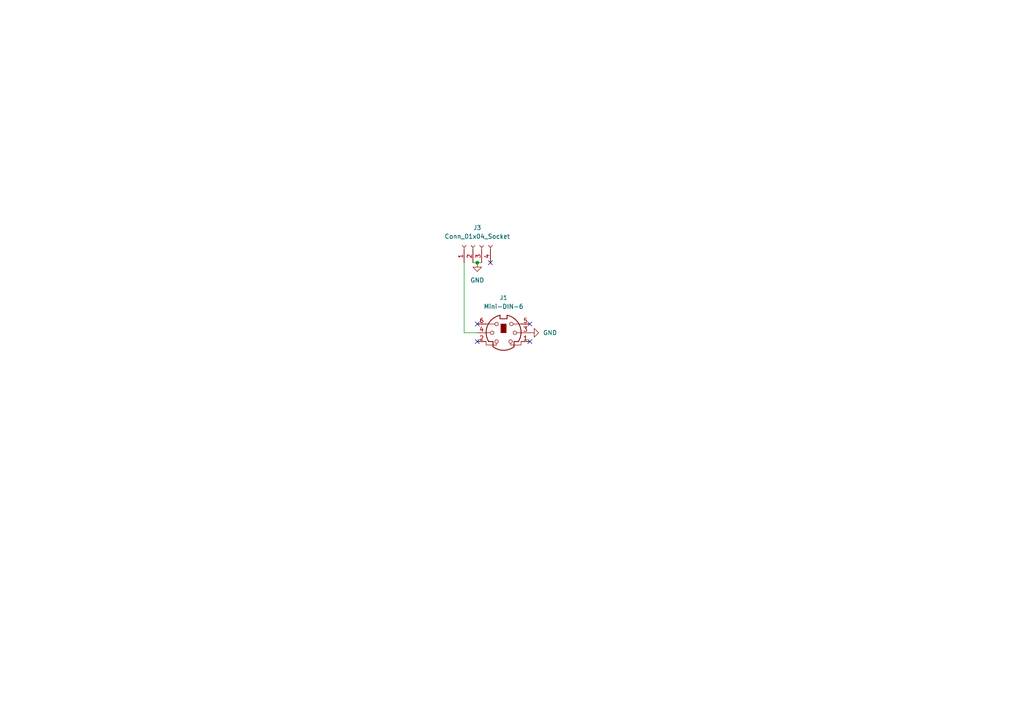
<source format=kicad_sch>
(kicad_sch
	(version 20231120)
	(generator "eeschema")
	(generator_version "8.0")
	(uuid "5afe8d3d-ff2f-46ac-ba90-7f54b87814a3")
	(paper "A4")
	(lib_symbols
		(symbol "Connector:Conn_01x04_Socket"
			(pin_names
				(offset 1.016) hide)
			(exclude_from_sim no)
			(in_bom yes)
			(on_board yes)
			(property "Reference" "J"
				(at 0 5.08 0)
				(effects
					(font
						(size 1.27 1.27)
					)
				)
			)
			(property "Value" "Conn_01x04_Socket"
				(at 0 -7.62 0)
				(effects
					(font
						(size 1.27 1.27)
					)
				)
			)
			(property "Footprint" ""
				(at 0 0 0)
				(effects
					(font
						(size 1.27 1.27)
					)
					(hide yes)
				)
			)
			(property "Datasheet" "~"
				(at 0 0 0)
				(effects
					(font
						(size 1.27 1.27)
					)
					(hide yes)
				)
			)
			(property "Description" "Generic connector, single row, 01x04, script generated"
				(at 0 0 0)
				(effects
					(font
						(size 1.27 1.27)
					)
					(hide yes)
				)
			)
			(property "ki_locked" ""
				(at 0 0 0)
				(effects
					(font
						(size 1.27 1.27)
					)
				)
			)
			(property "ki_keywords" "connector"
				(at 0 0 0)
				(effects
					(font
						(size 1.27 1.27)
					)
					(hide yes)
				)
			)
			(property "ki_fp_filters" "Connector*:*_1x??_*"
				(at 0 0 0)
				(effects
					(font
						(size 1.27 1.27)
					)
					(hide yes)
				)
			)
			(symbol "Conn_01x04_Socket_1_1"
				(arc
					(start 0 -4.572)
					(mid -0.5058 -5.08)
					(end 0 -5.588)
					(stroke
						(width 0.1524)
						(type default)
					)
					(fill
						(type none)
					)
				)
				(arc
					(start 0 -2.032)
					(mid -0.5058 -2.54)
					(end 0 -3.048)
					(stroke
						(width 0.1524)
						(type default)
					)
					(fill
						(type none)
					)
				)
				(polyline
					(pts
						(xy -1.27 -5.08) (xy -0.508 -5.08)
					)
					(stroke
						(width 0.1524)
						(type default)
					)
					(fill
						(type none)
					)
				)
				(polyline
					(pts
						(xy -1.27 -2.54) (xy -0.508 -2.54)
					)
					(stroke
						(width 0.1524)
						(type default)
					)
					(fill
						(type none)
					)
				)
				(polyline
					(pts
						(xy -1.27 0) (xy -0.508 0)
					)
					(stroke
						(width 0.1524)
						(type default)
					)
					(fill
						(type none)
					)
				)
				(polyline
					(pts
						(xy -1.27 2.54) (xy -0.508 2.54)
					)
					(stroke
						(width 0.1524)
						(type default)
					)
					(fill
						(type none)
					)
				)
				(arc
					(start 0 0.508)
					(mid -0.5058 0)
					(end 0 -0.508)
					(stroke
						(width 0.1524)
						(type default)
					)
					(fill
						(type none)
					)
				)
				(arc
					(start 0 3.048)
					(mid -0.5058 2.54)
					(end 0 2.032)
					(stroke
						(width 0.1524)
						(type default)
					)
					(fill
						(type none)
					)
				)
				(pin passive line
					(at -5.08 2.54 0)
					(length 3.81)
					(name "Pin_1"
						(effects
							(font
								(size 1.27 1.27)
							)
						)
					)
					(number "1"
						(effects
							(font
								(size 1.27 1.27)
							)
						)
					)
				)
				(pin passive line
					(at -5.08 0 0)
					(length 3.81)
					(name "Pin_2"
						(effects
							(font
								(size 1.27 1.27)
							)
						)
					)
					(number "2"
						(effects
							(font
								(size 1.27 1.27)
							)
						)
					)
				)
				(pin passive line
					(at -5.08 -2.54 0)
					(length 3.81)
					(name "Pin_3"
						(effects
							(font
								(size 1.27 1.27)
							)
						)
					)
					(number "3"
						(effects
							(font
								(size 1.27 1.27)
							)
						)
					)
				)
				(pin passive line
					(at -5.08 -5.08 0)
					(length 3.81)
					(name "Pin_4"
						(effects
							(font
								(size 1.27 1.27)
							)
						)
					)
					(number "4"
						(effects
							(font
								(size 1.27 1.27)
							)
						)
					)
				)
			)
		)
		(symbol "Connector:Mini-DIN-6"
			(pin_names
				(offset 1.016)
			)
			(exclude_from_sim no)
			(in_bom yes)
			(on_board yes)
			(property "Reference" "J"
				(at 0 6.35 0)
				(effects
					(font
						(size 1.27 1.27)
					)
				)
			)
			(property "Value" "Mini-DIN-6"
				(at 0 -6.35 0)
				(effects
					(font
						(size 1.27 1.27)
					)
				)
			)
			(property "Footprint" ""
				(at 0 0 0)
				(effects
					(font
						(size 1.27 1.27)
					)
					(hide yes)
				)
			)
			(property "Datasheet" "http://service.powerdynamics.com/ec/Catalog17/Section%2011.pdf"
				(at 0 0 0)
				(effects
					(font
						(size 1.27 1.27)
					)
					(hide yes)
				)
			)
			(property "Description" "6-pin Mini-DIN connector"
				(at 0 0 0)
				(effects
					(font
						(size 1.27 1.27)
					)
					(hide yes)
				)
			)
			(property "ki_keywords" "Mini-DIN"
				(at 0 0 0)
				(effects
					(font
						(size 1.27 1.27)
					)
					(hide yes)
				)
			)
			(property "ki_fp_filters" "MINI?DIN*"
				(at 0 0 0)
				(effects
					(font
						(size 1.27 1.27)
					)
					(hide yes)
				)
			)
			(symbol "Mini-DIN-6_0_1"
				(circle
					(center -3.302 0)
					(radius 0.508)
					(stroke
						(width 0)
						(type default)
					)
					(fill
						(type none)
					)
				)
				(arc
					(start -3.048 -4.064)
					(mid 0 -5.08)
					(end 3.048 -4.064)
					(stroke
						(width 0.254)
						(type default)
					)
					(fill
						(type none)
					)
				)
				(circle
					(center -2.032 -2.54)
					(radius 0.508)
					(stroke
						(width 0)
						(type default)
					)
					(fill
						(type none)
					)
				)
				(circle
					(center -2.032 2.54)
					(radius 0.508)
					(stroke
						(width 0)
						(type default)
					)
					(fill
						(type none)
					)
				)
				(arc
					(start -1.016 5.08)
					(mid -4.6228 2.1214)
					(end -4.318 -2.54)
					(stroke
						(width 0.254)
						(type default)
					)
					(fill
						(type none)
					)
				)
				(rectangle
					(start -0.762 2.54)
					(end 0.762 0)
					(stroke
						(width 0)
						(type default)
					)
					(fill
						(type outline)
					)
				)
				(polyline
					(pts
						(xy -3.81 0) (xy -5.08 0)
					)
					(stroke
						(width 0)
						(type default)
					)
					(fill
						(type none)
					)
				)
				(polyline
					(pts
						(xy -2.54 2.54) (xy -5.08 2.54)
					)
					(stroke
						(width 0)
						(type default)
					)
					(fill
						(type none)
					)
				)
				(polyline
					(pts
						(xy 2.794 2.54) (xy 5.08 2.54)
					)
					(stroke
						(width 0)
						(type default)
					)
					(fill
						(type none)
					)
				)
				(polyline
					(pts
						(xy 5.08 0) (xy 3.81 0)
					)
					(stroke
						(width 0)
						(type default)
					)
					(fill
						(type none)
					)
				)
				(polyline
					(pts
						(xy -4.318 -2.54) (xy -3.048 -2.54) (xy -3.048 -4.064)
					)
					(stroke
						(width 0.254)
						(type default)
					)
					(fill
						(type none)
					)
				)
				(polyline
					(pts
						(xy 4.318 -2.54) (xy 3.048 -2.54) (xy 3.048 -4.064)
					)
					(stroke
						(width 0.254)
						(type default)
					)
					(fill
						(type none)
					)
				)
				(polyline
					(pts
						(xy -2.032 -3.048) (xy -2.032 -3.556) (xy -5.08 -3.556) (xy -5.08 -2.54)
					)
					(stroke
						(width 0)
						(type default)
					)
					(fill
						(type none)
					)
				)
				(polyline
					(pts
						(xy -1.016 5.08) (xy -1.016 4.064) (xy 1.016 4.064) (xy 1.016 5.08)
					)
					(stroke
						(width 0.254)
						(type default)
					)
					(fill
						(type none)
					)
				)
				(polyline
					(pts
						(xy 2.032 -3.048) (xy 2.032 -3.556) (xy 5.08 -3.556) (xy 5.08 -2.54)
					)
					(stroke
						(width 0)
						(type default)
					)
					(fill
						(type none)
					)
				)
				(circle
					(center 2.032 -2.54)
					(radius 0.508)
					(stroke
						(width 0)
						(type default)
					)
					(fill
						(type none)
					)
				)
				(circle
					(center 2.286 2.54)
					(radius 0.508)
					(stroke
						(width 0)
						(type default)
					)
					(fill
						(type none)
					)
				)
				(circle
					(center 3.302 0)
					(radius 0.508)
					(stroke
						(width 0)
						(type default)
					)
					(fill
						(type none)
					)
				)
				(arc
					(start 4.318 -2.54)
					(mid 4.6661 2.1322)
					(end 1.016 5.08)
					(stroke
						(width 0.254)
						(type default)
					)
					(fill
						(type none)
					)
				)
			)
			(symbol "Mini-DIN-6_1_1"
				(pin passive line
					(at 7.62 -2.54 180)
					(length 2.54)
					(name "~"
						(effects
							(font
								(size 1.27 1.27)
							)
						)
					)
					(number "1"
						(effects
							(font
								(size 1.27 1.27)
							)
						)
					)
				)
				(pin passive line
					(at -7.62 -2.54 0)
					(length 2.54)
					(name "~"
						(effects
							(font
								(size 1.27 1.27)
							)
						)
					)
					(number "2"
						(effects
							(font
								(size 1.27 1.27)
							)
						)
					)
				)
				(pin passive line
					(at 7.62 0 180)
					(length 2.54)
					(name "~"
						(effects
							(font
								(size 1.27 1.27)
							)
						)
					)
					(number "3"
						(effects
							(font
								(size 1.27 1.27)
							)
						)
					)
				)
				(pin passive line
					(at -7.62 0 0)
					(length 2.54)
					(name "~"
						(effects
							(font
								(size 1.27 1.27)
							)
						)
					)
					(number "4"
						(effects
							(font
								(size 1.27 1.27)
							)
						)
					)
				)
				(pin passive line
					(at 7.62 2.54 180)
					(length 2.54)
					(name "~"
						(effects
							(font
								(size 1.27 1.27)
							)
						)
					)
					(number "5"
						(effects
							(font
								(size 1.27 1.27)
							)
						)
					)
				)
				(pin passive line
					(at -7.62 2.54 0)
					(length 2.54)
					(name "~"
						(effects
							(font
								(size 1.27 1.27)
							)
						)
					)
					(number "6"
						(effects
							(font
								(size 1.27 1.27)
							)
						)
					)
				)
			)
		)
		(symbol "power:GND"
			(power)
			(pin_numbers hide)
			(pin_names
				(offset 0) hide)
			(exclude_from_sim no)
			(in_bom yes)
			(on_board yes)
			(property "Reference" "#PWR"
				(at 0 -6.35 0)
				(effects
					(font
						(size 1.27 1.27)
					)
					(hide yes)
				)
			)
			(property "Value" "GND"
				(at 0 -3.81 0)
				(effects
					(font
						(size 1.27 1.27)
					)
				)
			)
			(property "Footprint" ""
				(at 0 0 0)
				(effects
					(font
						(size 1.27 1.27)
					)
					(hide yes)
				)
			)
			(property "Datasheet" ""
				(at 0 0 0)
				(effects
					(font
						(size 1.27 1.27)
					)
					(hide yes)
				)
			)
			(property "Description" "Power symbol creates a global label with name \"GND\" , ground"
				(at 0 0 0)
				(effects
					(font
						(size 1.27 1.27)
					)
					(hide yes)
				)
			)
			(property "ki_keywords" "global power"
				(at 0 0 0)
				(effects
					(font
						(size 1.27 1.27)
					)
					(hide yes)
				)
			)
			(symbol "GND_0_1"
				(polyline
					(pts
						(xy 0 0) (xy 0 -1.27) (xy 1.27 -1.27) (xy 0 -2.54) (xy -1.27 -1.27) (xy 0 -1.27)
					)
					(stroke
						(width 0)
						(type default)
					)
					(fill
						(type none)
					)
				)
			)
			(symbol "GND_1_1"
				(pin power_in line
					(at 0 0 270)
					(length 0)
					(name "~"
						(effects
							(font
								(size 1.27 1.27)
							)
						)
					)
					(number "1"
						(effects
							(font
								(size 1.27 1.27)
							)
						)
					)
				)
			)
		)
	)
	(junction
		(at 138.43 76.2)
		(diameter 0)
		(color 0 0 0 0)
		(uuid "ca6b04c5-7bd7-45cb-9da0-eb5d9591283d")
	)
	(no_connect
		(at 153.67 99.06)
		(uuid "05629226-c766-413c-ba48-cb5863eddef3")
	)
	(no_connect
		(at 142.24 76.2)
		(uuid "3b725f46-5311-44f4-a8eb-32a98f575739")
	)
	(no_connect
		(at 138.43 93.98)
		(uuid "59a21809-cff8-45e0-9620-d0ad82171717")
	)
	(no_connect
		(at 138.43 99.06)
		(uuid "b8b0777f-6a58-4ba6-9b0b-06e8d9797f19")
	)
	(no_connect
		(at 153.67 93.98)
		(uuid "c112beeb-d4cc-4ae0-9431-eea54b407bc1")
	)
	(wire
		(pts
			(xy 138.43 76.2) (xy 139.7 76.2)
		)
		(stroke
			(width 0)
			(type default)
		)
		(uuid "7577d377-8914-49b2-a604-bd8abcfacef1")
	)
	(wire
		(pts
			(xy 134.62 96.52) (xy 138.43 96.52)
		)
		(stroke
			(width 0)
			(type default)
		)
		(uuid "a5804eff-e0e6-4d6b-afb7-b9472a33e0b5")
	)
	(wire
		(pts
			(xy 134.62 76.2) (xy 134.62 96.52)
		)
		(stroke
			(width 0)
			(type default)
		)
		(uuid "f508c9e8-968d-4259-b44f-25b0fc32eb11")
	)
	(wire
		(pts
			(xy 137.16 76.2) (xy 138.43 76.2)
		)
		(stroke
			(width 0)
			(type default)
		)
		(uuid "fc56b049-4644-4cf6-9b2f-17ed335e1a9c")
	)
	(symbol
		(lib_id "Connector:Mini-DIN-6")
		(at 146.05 96.52 0)
		(unit 1)
		(exclude_from_sim no)
		(in_bom yes)
		(on_board yes)
		(dnp no)
		(fields_autoplaced yes)
		(uuid "133b8318-b3c4-4610-b185-817ded157faf")
		(property "Reference" "J1"
			(at 146.0677 86.36 0)
			(effects
				(font
					(size 1.27 1.27)
				)
			)
		)
		(property "Value" "Mini-DIN-6"
			(at 146.0677 88.9 0)
			(effects
				(font
					(size 1.27 1.27)
				)
			)
		)
		(property "Footprint" "4x1md_Custom_Footprints:Connector_Mini-DIN_Female_6Pin_2rows"
			(at 146.05 96.52 0)
			(effects
				(font
					(size 1.27 1.27)
				)
				(hide yes)
			)
		)
		(property "Datasheet" "http://service.powerdynamics.com/ec/Catalog17/Section%2011.pdf"
			(at 146.05 96.52 0)
			(effects
				(font
					(size 1.27 1.27)
				)
				(hide yes)
			)
		)
		(property "Description" "6-pin Mini-DIN connector"
			(at 146.05 96.52 0)
			(effects
				(font
					(size 1.27 1.27)
				)
				(hide yes)
			)
		)
		(pin "4"
			(uuid "1812a300-3d4a-42cb-a29c-2875ace2c825")
		)
		(pin "5"
			(uuid "a339f2c0-48aa-45f4-91cb-d4c912f1bd8a")
		)
		(pin "1"
			(uuid "35aca9de-6513-49a8-94c3-ba08b31c3fe5")
		)
		(pin "3"
			(uuid "d28a62c1-2719-4a44-aa48-d13a91b6403a")
		)
		(pin "6"
			(uuid "e5cb808d-d7cb-46c7-9c12-75be2b14bbac")
		)
		(pin "2"
			(uuid "80ce284e-f80d-4a28-a159-c848e52557cf")
		)
		(instances
			(project "LPT2FPP Power Adapater"
				(path "/5afe8d3d-ff2f-46ac-ba90-7f54b87814a3"
					(reference "J1")
					(unit 1)
				)
			)
		)
	)
	(symbol
		(lib_id "Connector:Conn_01x04_Socket")
		(at 137.16 71.12 90)
		(unit 1)
		(exclude_from_sim no)
		(in_bom yes)
		(on_board yes)
		(dnp no)
		(fields_autoplaced yes)
		(uuid "18483024-8079-40f6-ae94-680df0f12339")
		(property "Reference" "J3"
			(at 138.43 66.04 90)
			(effects
				(font
					(size 1.27 1.27)
				)
			)
		)
		(property "Value" "Conn_01x04_Socket"
			(at 138.43 68.58 90)
			(effects
				(font
					(size 1.27 1.27)
				)
			)
		)
		(property "Footprint" "Connector_PinSocket_2.54mm:PinSocket_1x04_P2.54mm_Horizontal"
			(at 137.16 71.12 0)
			(effects
				(font
					(size 1.27 1.27)
				)
				(hide yes)
			)
		)
		(property "Datasheet" "~"
			(at 137.16 71.12 0)
			(effects
				(font
					(size 1.27 1.27)
				)
				(hide yes)
			)
		)
		(property "Description" "Generic connector, single row, 01x04, script generated"
			(at 137.16 71.12 0)
			(effects
				(font
					(size 1.27 1.27)
				)
				(hide yes)
			)
		)
		(pin "4"
			(uuid "13c472f4-aedc-4e1e-917e-6e462c249d14")
		)
		(pin "3"
			(uuid "ad975e22-3eac-4111-8552-ecbf9153aa11")
		)
		(pin "1"
			(uuid "bb068b68-9c06-4669-8e4e-c4636b2dbc25")
		)
		(pin "2"
			(uuid "9906be56-8e0f-4c69-85f4-29029cf2dab5")
		)
		(instances
			(project ""
				(path "/5afe8d3d-ff2f-46ac-ba90-7f54b87814a3"
					(reference "J3")
					(unit 1)
				)
			)
		)
	)
	(symbol
		(lib_id "power:GND")
		(at 138.43 76.2 0)
		(unit 1)
		(exclude_from_sim no)
		(in_bom yes)
		(on_board yes)
		(dnp no)
		(fields_autoplaced yes)
		(uuid "29645f24-1cdb-4ac3-800d-95b4278a1734")
		(property "Reference" "#PWR02"
			(at 138.43 82.55 0)
			(effects
				(font
					(size 1.27 1.27)
				)
				(hide yes)
			)
		)
		(property "Value" "GND"
			(at 138.43 81.28 0)
			(effects
				(font
					(size 1.27 1.27)
				)
			)
		)
		(property "Footprint" ""
			(at 138.43 76.2 0)
			(effects
				(font
					(size 1.27 1.27)
				)
				(hide yes)
			)
		)
		(property "Datasheet" ""
			(at 138.43 76.2 0)
			(effects
				(font
					(size 1.27 1.27)
				)
				(hide yes)
			)
		)
		(property "Description" "Power symbol creates a global label with name \"GND\" , ground"
			(at 138.43 76.2 0)
			(effects
				(font
					(size 1.27 1.27)
				)
				(hide yes)
			)
		)
		(pin "1"
			(uuid "f62063df-d151-4e34-ba84-d691dbe39f3c")
		)
		(instances
			(project "LPT2FPP Power Adapater"
				(path "/5afe8d3d-ff2f-46ac-ba90-7f54b87814a3"
					(reference "#PWR02")
					(unit 1)
				)
			)
		)
	)
	(symbol
		(lib_id "power:GND")
		(at 153.67 96.52 90)
		(unit 1)
		(exclude_from_sim no)
		(in_bom yes)
		(on_board yes)
		(dnp no)
		(fields_autoplaced yes)
		(uuid "ce898601-72e4-4ee2-ae84-b5a070a4ba94")
		(property "Reference" "#PWR01"
			(at 160.02 96.52 0)
			(effects
				(font
					(size 1.27 1.27)
				)
				(hide yes)
			)
		)
		(property "Value" "GND"
			(at 157.48 96.5199 90)
			(effects
				(font
					(size 1.27 1.27)
				)
				(justify right)
			)
		)
		(property "Footprint" ""
			(at 153.67 96.52 0)
			(effects
				(font
					(size 1.27 1.27)
				)
				(hide yes)
			)
		)
		(property "Datasheet" ""
			(at 153.67 96.52 0)
			(effects
				(font
					(size 1.27 1.27)
				)
				(hide yes)
			)
		)
		(property "Description" "Power symbol creates a global label with name \"GND\" , ground"
			(at 153.67 96.52 0)
			(effects
				(font
					(size 1.27 1.27)
				)
				(hide yes)
			)
		)
		(pin "1"
			(uuid "7d57e792-aa46-420b-8a27-bfc1a78df069")
		)
		(instances
			(project ""
				(path "/5afe8d3d-ff2f-46ac-ba90-7f54b87814a3"
					(reference "#PWR01")
					(unit 1)
				)
			)
		)
	)
	(sheet_instances
		(path "/"
			(page "1")
		)
	)
)

</source>
